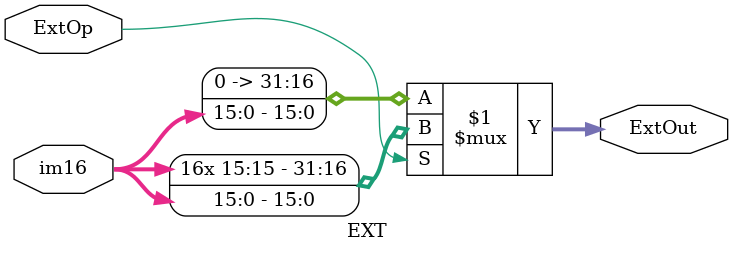
<source format=v>
`timescale 1ns / 1ps
`include "const_def.v"
module EXT(
    input [15:0] im16,
    input ExtOp,
    output [31:0] ExtOut
    );
	assign ExtOut = (ExtOp)? {{16{im16[15]}},im16} : {{16{1'b0}},im16};
endmodule

</source>
